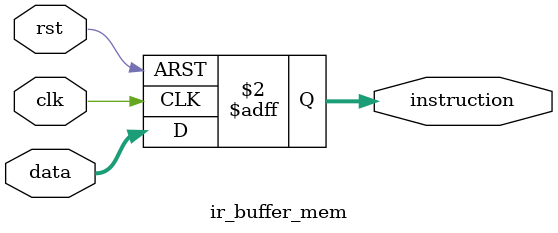
<source format=sv>
module ir_buffer_mem (
    input logic clk,
    input logic rst,
    input logic [31:0] data,
    output logic [31:0] instruction
);

  always_ff @(posedge clk or posedge rst) begin
    if (rst) begin
      instruction <= 32'b0;
    end else begin
      instruction <= data;
    end
  end
endmodule

</source>
